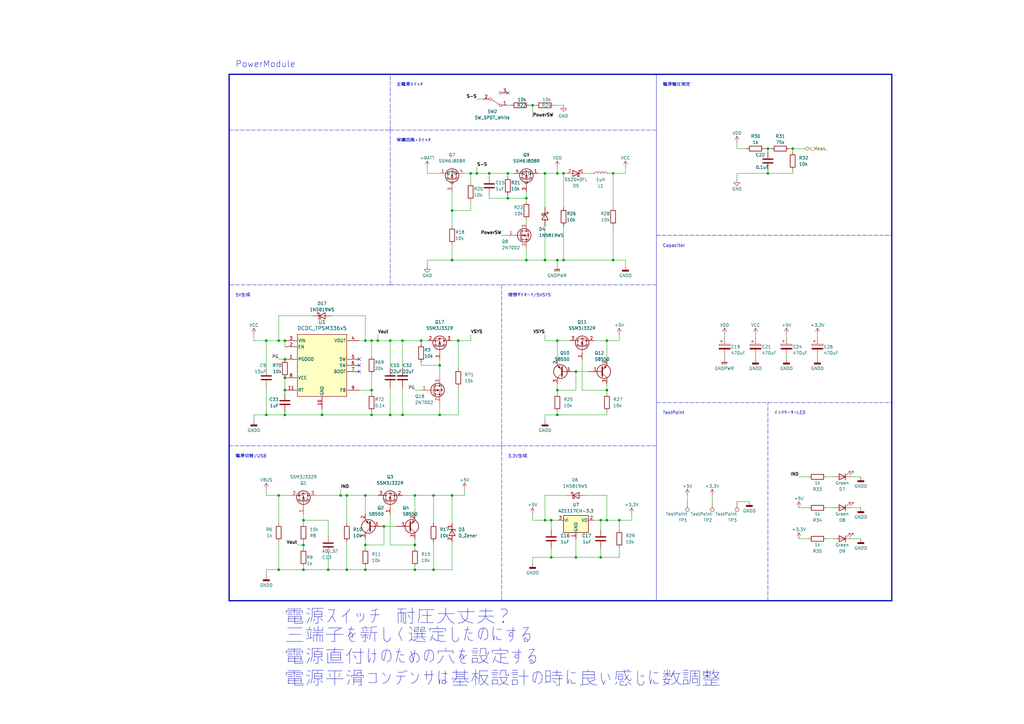
<source format=kicad_sch>
(kicad_sch (version 20230121) (generator eeschema)
  (paper "A3")
  (lib_symbols
    (symbol "Connector:TestPoint" (pin_numbers hide) (pin_names (offset 0.762) hide)
      (property "Reference" "TP" (at 0 6.858 0))
      (property "Value" "TestPoint" (at 0 5.08 0))
      (symbol "TestPoint_1_1"
        (pin passive line (at 0 0 90) (length 2.54) (name "1") (number "1"))
      )
    )
    (symbol "D_Schottky_3" (pin_numbers hide) (pin_names (offset 1.016) hide)
      (property "Reference" "D" (at 0 2.54 0))
      (property "Value" "D_Schottky_3" (at 0 -2.54 0))
      (symbol "D_Schottky_3_1_1"
        (pin passive line (at -3.81 0 0) (length 2.54) (name "K") (number "1"))
        (pin passive line (at 3.81 0 180) (length 2.54) (name "A") (number "2"))
      )
    )
    (symbol "Device:C" (pin_numbers hide) (pin_names (offset 0.254))
      (property "Reference" "C" (at 0.635 2.54 0))
      (property "Value" "C" (at 0.635 -2.54 0))
      (symbol "C_1_1"
        (pin passive line (at 0 3.81 270) (length 2.794) (name "~") (number "1"))
        (pin passive line (at 0 -3.81 90) (length 2.794) (name "~") (number "2"))
      )
    )
    (symbol "Device:C_Polarized" (pin_numbers hide) (pin_names (offset 0.254))
      (property "Reference" "C" (at 0.635 2.54 0))
      (property "Value" "C_Polarized" (at 0.635 -2.54 0))
      (symbol "C_Polarized_1_1"
        (pin passive line (at 0 3.81 270) (length 2.794) (name "~") (number "1"))
        (pin passive line (at 0 -3.81 90) (length 2.794) (name "~") (number "2"))
      )
    )
    (symbol "Device:D_Schottky" (pin_names (offset 1.016) hide)
      (property "Reference" "D" (at 0 2.54 0))
      (property "Value" "D_Schottky" (at 0 -2.54 0))
      (symbol "D_Schottky_1_1"
        (pin passive line (at -3.81 0 0) (length 2.54) (name "K") (number "1"))
        (pin passive line (at 3.81 0 180) (length 2.54) (name "A") (number "2"))
      )
    )
    (symbol "Device:D_Zener" (pin_names (offset 1.016) hide)
      (property "Reference" "D" (at 0 2.54 0))
      (property "Value" "D_Zener" (at 0 -2.54 0))
      (symbol "D_Zener_1_1"
        (pin passive line (at -3.81 0 0) (length 2.54) (name "K") (number "1"))
        (pin passive line (at 3.81 0 180) (length 2.54) (name "A") (number "2"))
      )
    )
    (symbol "Device:L" (pin_numbers hide) (pin_names (offset 1.016) hide)
      (property "Reference" "L" (at -1.27 0 90))
      (property "Value" "L" (at 1.905 0 90))
      (symbol "L_1_1"
        (pin passive line (at 0 3.81 270) (length 1.27) (name "1") (number "1"))
        (pin passive line (at 0 -3.81 90) (length 1.27) (name "2") (number "2"))
      )
    )
    (symbol "Device:LED" (pin_numbers hide) (pin_names (offset 1.016) hide)
      (property "Reference" "D" (at 0 2.54 0))
      (property "Value" "LED" (at 0 -2.54 0))
      (symbol "LED_1_1"
        (pin passive line (at -3.81 0 0) (length 2.54) (name "K") (number "1"))
        (pin passive line (at 3.81 0 180) (length 2.54) (name "A") (number "2"))
      )
    )
    (symbol "Device:Q_PMOS_GSD" (pin_names (offset 0) hide)
      (property "Reference" "Q" (at 5.08 1.27 0))
      (property "Value" "Q_PMOS_GSD" (at 5.08 -1.27 0))
      (symbol "Q_PMOS_GSD_1_1"
        (pin input line (at -5.08 0 0) (length 2.54) (name "G") (number "1"))
        (pin passive line (at 2.54 -5.08 90) (length 2.54) (name "S") (number "2"))
        (pin passive line (at 2.54 5.08 270) (length 2.54) (name "D") (number "3"))
      )
    )
    (symbol "Device:Q_PNP_BEC" (pin_names (offset 0) hide)
      (property "Reference" "Q" (at 5.08 1.27 0))
      (property "Value" "Q_PNP_BEC" (at 5.08 -1.27 0))
      (symbol "Q_PNP_BEC_1_1"
        (pin input line (at -5.08 0 0) (length 5.715) (name "B") (number "1"))
        (pin passive line (at 2.54 -5.08 90) (length 2.54) (name "E") (number "2"))
        (pin passive line (at 2.54 5.08 270) (length 2.54) (name "C") (number "3"))
      )
    )
    (symbol "Device:R" (pin_numbers hide) (pin_names (offset 0))
      (property "Reference" "R" (at 2.032 0 90))
      (property "Value" "R" (at 0 0 90))
      (symbol "R_1_1"
        (pin passive line (at 0 3.81 270) (length 1.27) (name "~") (number "1"))
        (pin passive line (at 0 -3.81 90) (length 1.27) (name "~") (number "2"))
      )
    )
    (symbol "PMN48XP_1"
      (property "Reference" "Q" (at 5.08 2.54 0))
      (property "Value" "PMN48XP_1" (at 5.08 0 0))
      (symbol "PMN48XP_1_1_1"
        (pin passive line (at 2.54 5.08 270) (length 2.54) (name "D") (number "1"))
        (pin passive line (at 2.54 5.08 270) (length 2.54) hide (name "D") (number "2"))
        (pin passive line (at -5.08 0 0) (length 2.54) (name "G") (number "3"))
        (pin passive line (at 2.54 -5.08 90) (length 2.54) (name "S") (number "4"))
        (pin passive line (at 2.54 5.08 270) (length 2.54) hide (name "D") (number "5"))
        (pin passive line (at 2.54 5.08 270) (length 2.54) hide (name "D") (number "6"))
      )
    )
    (symbol "Regulator_Linear:AMS1117CD-3.3" (pin_names (offset 0.254))
      (property "Reference" "U" (at -3.81 3.175 0))
      (property "Value" "AMS1117CD-3.3" (at 0 3.175 0))
      (symbol "AMS1117CD-3.3_1_1"
        (pin power_in line (at 0 -7.62 90) (length 2.54) (name "GND") (number "1"))
        (pin power_out line (at 7.62 0 180) (length 2.54) (name "VO") (number "2"))
        (pin power_in line (at -7.62 0 0) (length 2.54) (name "VI") (number "3"))
      )
    )
    (symbol "Switch:SW_SPDT" (pin_names (offset 0) hide)
      (property "Reference" "SW" (at 0 4.318 0))
      (property "Value" "SW_SPDT" (at 0 -5.08 0))
      (symbol "SW_SPDT_1_1"
        (pin passive line (at 5.08 2.54 180) (length 2.54) (name "A") (number "1"))
        (pin passive line (at -5.08 0 0) (length 2.54) (name "B") (number "2"))
        (pin passive line (at 5.08 -2.54 180) (length 2.54) (name "C") (number "3"))
      )
    )
    (symbol "TomoshibiLibrary:DCDC_TPSM336x5" (pin_names (offset 0.254))
      (property "Reference" "U" (at 0 10.16 0))
      (property "Value" "DCDC_TPSM336x5" (at 0 7.62 0))
      (symbol "DCDC_TPSM336x5_0_1"
        (pin open_collector line (at -15.24 -7.62 0) (length 5.08) (name "PGOOD") (number "1"))
        (pin power_in line (at 0 -27.94 90) (length 5.08) (name "GND") (number "10"))
        (pin unspecified line (at -15.24 -20.32 0) (length 5.08) (name "RT") (number "11"))
        (pin input line (at -15.24 -2.54 0) (length 5.08) (name "EN") (number "2"))
        (pin power_in line (at -15.24 0 0) (length 5.08) (name "VIN") (number "3"))
        (pin power_in line (at 15.24 0 180) (length 5.08) (name "VOUT") (number "4"))
        (pin unspecified line (at 15.24 -7.62 180) (length 5.08) (name "SW") (number "5"))
        (pin unspecified line (at 15.24 -10.16 180) (length 5.08) (name "SW") (number "6"))
        (pin unspecified line (at 15.24 -12.7 180) (length 5.08) (name "BOOT") (number "7"))
        (pin unspecified line (at -15.24 -15.24 0) (length 5.08) (name "VCC") (number "8"))
        (pin unspecified line (at 15.24 -20.32 180) (length 5.08) (name "FB") (number "9"))
      )
    )
    (symbol "Transistor_FET:2N7002" (pin_names hide)
      (property "Reference" "Q" (at 5.08 1.905 0))
      (property "Value" "2N7002" (at 5.08 0 0))
      (symbol "2N7002_1_1"
        (pin input line (at -5.08 0 0) (length 2.54) (name "G") (number "1"))
        (pin passive line (at 2.54 -5.08 90) (length 2.54) (name "S") (number "2"))
        (pin passive line (at 2.54 5.08 270) (length 2.54) (name "D") (number "3"))
      )
    )
    (symbol "power:+3.3V" (power) (pin_names (offset 0))
      (property "Value" "+3.3V" (at 0 3.556 0))
      (symbol "+3.3V_1_1"
        (pin power_in line (at 0 0 90) (length 0) hide (name "+3.3V") (number "1"))
      )
    )
    (symbol "power:+5V" (power) (pin_names (offset 0))
      (property "Value" "+5V" (at 0 3.556 0))
      (symbol "+5V_1_1"
        (pin power_in line (at 0 0 90) (length 0) hide (name "+5V") (number "1"))
      )
    )
    (symbol "power:+BATT" (power) (pin_names (offset 0))
      (property "Value" "+BATT" (at 0 3.556 0))
      (symbol "+BATT_1_1"
        (pin power_in line (at 0 0 90) (length 0) hide (name "+BATT") (number "1"))
      )
    )
    (symbol "power:GND" (power) (pin_names (offset 0))
      (property "Value" "GND" (at 0 -3.81 0))
      (symbol "GND_1_1"
        (pin power_in line (at 0 0 270) (length 0) hide (name "GND") (number "1"))
      )
    )
    (symbol "power:GNDD" (power) (pin_names (offset 0))
      (property "Value" "GNDD" (at 0 -3.175 0))
      (symbol "GNDD_1_1"
        (pin power_in line (at 0 0 270) (length 0) hide (name "GNDD") (number "1"))
      )
    )
    (symbol "power:GNDPWR" (power) (pin_names (offset 0))
      (property "Value" "GNDPWR" (at 0 -3.302 0))
      (symbol "GNDPWR_1_1"
        (pin power_in line (at 0 0 270) (length 0) hide (name "GNDPWR") (number "1"))
      )
    )
    (symbol "power:VBUS" (power) (pin_names (offset 0))
      (property "Value" "VBUS" (at 0 3.81 0))
      (symbol "VBUS_1_1"
        (pin power_in line (at 0 0 90) (length 0) hide (name "VBUS") (number "1"))
      )
    )
    (symbol "power:VCC" (power) (pin_names (offset 0))
      (property "Value" "VCC" (at 0 3.81 0))
      (symbol "VCC_1_1"
        (pin power_in line (at 0 0 90) (length 0) hide (name "VCC") (number "1"))
      )
    )
    (symbol "power:VDD" (power) (pin_names (offset 0))
      (property "Value" "VDD" (at 0 3.81 0))
      (symbol "VDD_1_1"
        (pin power_in line (at 0 0 90) (length 0) hide (name "VDD") (number "1"))
      )
    )
  )
  (junction (at 149.86 233.68))
  (junction (at 152.4 139.7))
  (junction (at 139.7 203.2))
  (junction (at 109.22 139.7))
  (junction (at 215.9 106.68))
  (junction (at 208.28 81.28))
  (junction (at 172.72 139.7))
  (junction (at 116.84 147.32))
  (junction (at 177.8 233.68))
  (junction (at 170.18 233.68))
  (junction (at 254 213.36))
  (junction (at 116.84 139.7))
  (junction (at 218.44 43.18))
  (junction (at 165.1 170.18))
  (junction (at 193.04 71.12))
  (junction (at 157.48 215.9))
  (junction (at 160.02 170.18))
  (junction (at 114.3 233.68))
  (junction (at 116.84 154.94))
  (junction (at 228.6 71.12))
  (junction (at 114.3 139.7))
  (junction (at 124.46 213.36))
  (junction (at 187.96 139.7))
  (junction (at 170.18 203.2))
  (junction (at 246.38 228.6))
  (junction (at 134.62 233.68))
  (junction (at 185.42 106.68))
  (junction (at 185.42 86.36))
  (junction (at 223.52 106.68))
  (junction (at 160.02 139.7))
  (junction (at 231.14 106.68))
  (junction (at 215.9 81.28))
  (junction (at 149.86 139.7))
  (junction (at 116.84 170.18))
  (junction (at 114.3 203.2))
  (junction (at 149.86 203.2))
  (junction (at 248.92 139.7))
  (junction (at 142.24 203.2))
  (junction (at 154.94 139.7))
  (junction (at 223.52 213.36))
  (junction (at 152.4 160.02))
  (junction (at 132.08 170.18))
  (junction (at 180.34 170.18))
  (junction (at 165.1 139.7))
  (junction (at 152.4 170.18))
  (junction (at 142.24 233.68))
  (junction (at 208.28 71.12))
  (junction (at 195.58 71.12))
  (junction (at 228.6 139.7))
  (junction (at 251.46 106.68))
  (junction (at 251.46 71.12))
  (junction (at 248.92 213.36))
  (junction (at 246.38 213.36))
  (junction (at 228.6 160.02))
  (junction (at 226.06 228.6))
  (junction (at 226.06 213.36))
  (junction (at 200.66 71.12))
  (junction (at 314.96 71.12))
  (junction (at 248.92 160.02))
  (junction (at 177.8 203.2))
  (junction (at 325.12 60.96))
  (junction (at 236.22 152.4))
  (junction (at 231.14 71.12))
  (junction (at 236.22 228.6))
  (junction (at 109.22 170.18))
  (junction (at 170.18 223.52))
  (junction (at 185.42 203.2))
  (junction (at 228.6 170.18))
  (junction (at 228.6 106.68))
  (junction (at 314.96 60.96))
  (junction (at 124.46 223.52))
  (junction (at 124.46 233.68))
  (junction (at 223.52 71.12))
  (junction (at 180.34 149.86))
  (junction (at 116.84 160.02))
  (junction (at 149.86 223.52))
  (no_connect (at 147.32 147.32))
  (no_connect (at 208.28 38.1))
  (no_connect (at 147.32 152.4))
  (no_connect (at 147.32 149.86))
  (wire (pts (xy 116.84 168.91) (xy 116.84 170.18)))
  (wire (pts (xy 246.38 224.79) (xy 246.38 228.6)))
  (wire (pts (xy 185.42 86.36) (xy 185.42 92.71)))
  (wire (pts (xy 160.02 210.82) (xy 160.02 223.52)))
  (wire (pts (xy 236.22 220.98) (xy 236.22 228.6)))
  (wire (pts (xy 114.3 129.54) (xy 128.27 129.54)))
  (wire (pts (xy 180.34 149.86) (xy 180.34 154.94)))
  (wire (pts (xy 134.62 227.33) (xy 134.62 233.68)))
  (wire (pts (xy 259.08 210.82) (xy 259.08 213.36)))
  (wire (pts (xy 218.44 228.6) (xy 218.44 231.14)))
  (wire (pts (xy 339.09 195.58) (xy 341.63 195.58)))
  (wire (pts (xy 228.6 160.02) (xy 236.22 160.02)))
  (wire (pts (xy 149.86 233.68) (xy 170.18 233.68)))
  (wire (pts (xy 223.52 170.18) (xy 223.52 172.72)))
  (wire (pts (xy 256.54 106.68) (xy 256.54 109.22)))
  (wire (pts (xy 142.24 233.68) (xy 149.86 233.68)))
  (wire (pts (xy 132.08 170.18) (xy 152.4 170.18)))
  (wire (pts (xy 121.92 223.52) (xy 124.46 223.52)))
  (wire (pts (xy 226.06 228.6) (xy 236.22 228.6)))
  (polyline (pts (xy 365.76 30.48) (xy 365.76 246.38)) (stroke (width 0.5) (type solid)))
  (wire (pts (xy 309.88 146.05) (xy 309.88 147.32)))
  (wire (pts (xy 177.8 203.2) (xy 185.42 203.2)))
  (wire (pts (xy 175.26 71.12) (xy 180.34 71.12)))
  (wire (pts (xy 114.3 233.68) (xy 124.46 233.68)))
  (wire (pts (xy 134.62 233.68) (xy 142.24 233.68)))
  (wire (pts (xy 231.14 71.12) (xy 232.41 71.12)))
  (wire (pts (xy 124.46 214.63) (xy 124.46 213.36)))
  (wire (pts (xy 152.4 139.7) (xy 154.94 139.7)))
  (wire (pts (xy 190.5 200.66) (xy 190.5 203.2)))
  (wire (pts (xy 292.1 203.2) (xy 292.1 205.74)))
  (polyline (pts (xy 93.98 30.48) (xy 365.76 30.48)) (stroke (width 0.5) (type solid)))
  (wire (pts (xy 251.46 71.12) (xy 251.46 85.09)))
  (wire (pts (xy 165.1 139.7) (xy 165.1 151.13)))
  (wire (pts (xy 248.92 213.36) (xy 254 213.36)))
  (wire (pts (xy 116.84 147.32) (xy 114.3 147.32)))
  (polyline (pts (xy 160.02 53.34) (xy 160.02 116.84)) (stroke (width 0) (type dash)))
  (wire (pts (xy 149.86 232.41) (xy 149.86 233.68)))
  (wire (pts (xy 218.44 43.18) (xy 219.71 43.18)))
  (wire (pts (xy 170.18 232.41) (xy 170.18 233.68)))
  (wire (pts (xy 226.06 224.79) (xy 226.06 228.6)))
  (wire (pts (xy 215.9 78.74) (xy 215.9 81.28)))
  (wire (pts (xy 124.46 222.25) (xy 124.46 223.52)))
  (wire (pts (xy 281.94 203.2) (xy 281.94 205.74)))
  (wire (pts (xy 154.94 137.16) (xy 154.94 139.7)))
  (polyline (pts (xy 269.24 165.1) (xy 314.96 165.1)) (stroke (width 0) (type dash)))
  (wire (pts (xy 170.18 210.82) (xy 170.18 203.2)))
  (wire (pts (xy 248.92 168.91) (xy 248.92 170.18)))
  (wire (pts (xy 217.17 43.18) (xy 218.44 43.18)))
  (wire (pts (xy 160.02 170.18) (xy 165.1 170.18)))
  (wire (pts (xy 208.28 71.12) (xy 210.82 71.12)))
  (wire (pts (xy 256.54 106.68) (xy 251.46 106.68)))
  (wire (pts (xy 248.92 147.32) (xy 248.92 139.7)))
  (wire (pts (xy 226.06 213.36) (xy 226.06 217.17)))
  (wire (pts (xy 231.14 106.68) (xy 251.46 106.68)))
  (wire (pts (xy 200.66 71.12) (xy 200.66 72.39)))
  (wire (pts (xy 185.42 106.68) (xy 215.9 106.68)))
  (polyline (pts (xy 205.74 182.88) (xy 205.74 246.38)) (stroke (width 0) (type dash)))
  (wire (pts (xy 172.72 139.7) (xy 175.26 139.7)))
  (wire (pts (xy 135.89 129.54) (xy 149.86 129.54)))
  (wire (pts (xy 193.04 71.12) (xy 195.58 71.12)))
  (wire (pts (xy 238.76 160.02) (xy 248.92 160.02)))
  (wire (pts (xy 170.18 160.02) (xy 172.72 160.02)))
  (wire (pts (xy 193.04 82.55) (xy 193.04 86.36)))
  (wire (pts (xy 208.28 80.01) (xy 208.28 81.28)))
  (wire (pts (xy 314.96 62.23) (xy 314.96 60.96)))
  (wire (pts (xy 175.26 68.58) (xy 175.26 71.12)))
  (wire (pts (xy 335.28 146.05) (xy 335.28 147.32)))
  (wire (pts (xy 172.72 139.7) (xy 172.72 140.97)))
  (wire (pts (xy 180.34 147.32) (xy 180.34 149.86)))
  (wire (pts (xy 223.52 106.68) (xy 228.6 106.68)))
  (wire (pts (xy 228.6 106.68) (xy 231.14 106.68)))
  (wire (pts (xy 254 213.36) (xy 254 217.17)))
  (polyline (pts (xy 160.02 53.34) (xy 269.24 53.34)) (stroke (width 0) (type dash)))
  (wire (pts (xy 246.38 213.36) (xy 246.38 217.17)))
  (wire (pts (xy 325.12 69.85) (xy 325.12 71.12)))
  (wire (pts (xy 142.24 214.63) (xy 142.24 203.2)))
  (wire (pts (xy 154.94 203.2) (xy 149.86 203.2)))
  (wire (pts (xy 218.44 213.36) (xy 223.52 213.36)))
  (polyline (pts (xy 269.24 116.84) (xy 160.02 116.84)) (stroke (width 0) (type dash)))
  (wire (pts (xy 193.04 86.36) (xy 185.42 86.36)))
  (wire (pts (xy 142.24 222.25) (xy 142.24 233.68)))
  (wire (pts (xy 157.48 215.9) (xy 162.56 215.9)))
  (wire (pts (xy 240.03 203.2) (xy 248.92 203.2)))
  (wire (pts (xy 152.4 168.91) (xy 152.4 170.18)))
  (wire (pts (xy 165.1 158.75) (xy 165.1 170.18)))
  (wire (pts (xy 157.48 223.52) (xy 157.48 215.9)))
  (wire (pts (xy 205.74 96.52) (xy 208.28 96.52)))
  (wire (pts (xy 109.22 158.75) (xy 109.22 170.18)))
  (wire (pts (xy 172.72 149.86) (xy 180.34 149.86)))
  (wire (pts (xy 322.58 146.05) (xy 322.58 147.32)))
  (polyline (pts (xy 269.24 96.52) (xy 365.76 96.52)) (stroke (width 0) (type dash)))
  (wire (pts (xy 236.22 152.4) (xy 241.3 152.4)))
  (wire (pts (xy 132.08 167.64) (xy 132.08 170.18)))
  (wire (pts (xy 223.52 71.12) (xy 228.6 71.12)))
  (wire (pts (xy 236.22 228.6) (xy 246.38 228.6)))
  (wire (pts (xy 177.8 233.68) (xy 170.18 233.68)))
  (wire (pts (xy 228.6 168.91) (xy 228.6 170.18)))
  (wire (pts (xy 147.32 160.02) (xy 152.4 160.02)))
  (wire (pts (xy 195.58 40.64) (xy 198.12 40.64)))
  (wire (pts (xy 208.28 43.18) (xy 209.55 43.18)))
  (wire (pts (xy 349.25 208.28) (xy 353.06 208.28)))
  (wire (pts (xy 109.22 139.7) (xy 114.3 139.7)))
  (wire (pts (xy 104.14 170.18) (xy 109.22 170.18)))
  (wire (pts (xy 124.46 233.68) (xy 124.46 232.41)))
  (wire (pts (xy 104.14 139.7) (xy 104.14 137.16)))
  (wire (pts (xy 147.32 139.7) (xy 149.86 139.7)))
  (wire (pts (xy 116.84 139.7) (xy 116.84 142.24)))
  (wire (pts (xy 177.8 222.25) (xy 177.8 233.68)))
  (wire (pts (xy 228.6 160.02) (xy 228.6 161.29)))
  (wire (pts (xy 149.86 223.52) (xy 149.86 224.79)))
  (wire (pts (xy 248.92 160.02) (xy 248.92 161.29)))
  (wire (pts (xy 195.58 68.58) (xy 195.58 71.12)))
  (wire (pts (xy 208.28 81.28) (xy 215.9 81.28)))
  (wire (pts (xy 240.03 71.12) (xy 242.57 71.12)))
  (wire (pts (xy 124.46 233.68) (xy 134.62 233.68)))
  (wire (pts (xy 180.34 165.1) (xy 180.34 170.18)))
  (wire (pts (xy 116.84 154.94) (xy 116.84 160.02)))
  (wire (pts (xy 314.96 60.96) (xy 313.69 60.96)))
  (wire (pts (xy 223.52 137.16) (xy 223.52 139.7)))
  (wire (pts (xy 124.46 213.36) (xy 124.46 210.82)))
  (wire (pts (xy 152.4 170.18) (xy 160.02 170.18)))
  (polyline (pts (xy 93.98 246.38) (xy 93.98 30.48)) (stroke (width 0.5) (type solid)))
  (wire (pts (xy 233.68 139.7) (xy 228.6 139.7)))
  (wire (pts (xy 200.66 81.28) (xy 208.28 81.28)))
  (polyline (pts (xy 93.98 53.34) (xy 160.02 53.34)) (stroke (width 0) (type dash)))
  (wire (pts (xy 228.6 109.22) (xy 228.6 106.68)))
  (wire (pts (xy 116.84 170.18) (xy 132.08 170.18)))
  (wire (pts (xy 223.52 203.2) (xy 223.52 213.36)))
  (wire (pts (xy 114.3 139.7) (xy 116.84 139.7)))
  (wire (pts (xy 193.04 137.16) (xy 193.04 139.7)))
  (wire (pts (xy 314.96 60.96) (xy 316.23 60.96)))
  (wire (pts (xy 314.96 69.85) (xy 314.96 71.12)))
  (wire (pts (xy 195.58 71.12) (xy 200.66 71.12)))
  (wire (pts (xy 220.98 71.12) (xy 223.52 71.12)))
  (wire (pts (xy 185.42 203.2) (xy 190.5 203.2)))
  (polyline (pts (xy 314.96 246.38) (xy 314.96 165.1)) (stroke (width 0) (type dash)))
  (wire (pts (xy 109.22 233.68) (xy 114.3 233.68)))
  (wire (pts (xy 254 213.36) (xy 259.08 213.36)))
  (wire (pts (xy 187.96 139.7) (xy 193.04 139.7)))
  (wire (pts (xy 215.9 81.28) (xy 215.9 82.55)))
  (polyline (pts (xy 205.74 182.88) (xy 269.24 182.88)) (stroke (width 0) (type dash)))
  (wire (pts (xy 185.42 78.74) (xy 185.42 86.36)))
  (wire (pts (xy 139.7 200.66) (xy 139.7 203.2)))
  (wire (pts (xy 185.42 233.68) (xy 177.8 233.68)))
  (wire (pts (xy 187.96 170.18) (xy 180.34 170.18)))
  (wire (pts (xy 246.38 228.6) (xy 254 228.6)))
  (wire (pts (xy 177.8 203.2) (xy 177.8 214.63)))
  (wire (pts (xy 297.18 137.16) (xy 297.18 138.43)))
  (wire (pts (xy 172.72 148.59) (xy 172.72 149.86)))
  (wire (pts (xy 251.46 92.71) (xy 251.46 106.68)))
  (wire (pts (xy 170.18 223.52) (xy 170.18 224.79)))
  (wire (pts (xy 223.52 213.36) (xy 226.06 213.36)))
  (wire (pts (xy 228.6 170.18) (xy 248.92 170.18)))
  (wire (pts (xy 254 224.79) (xy 254 228.6)))
  (wire (pts (xy 302.26 60.96) (xy 306.07 60.96)))
  (wire (pts (xy 114.3 129.54) (xy 114.3 139.7)))
  (wire (pts (xy 170.18 203.2) (xy 177.8 203.2)))
  (wire (pts (xy 223.52 71.12) (xy 223.52 85.09)))
  (polyline (pts (xy 160.02 116.84) (xy 93.98 116.84)) (stroke (width 0) (type dash)))
  (wire (pts (xy 248.92 203.2) (xy 248.92 213.36)))
  (wire (pts (xy 149.86 203.2) (xy 149.86 210.82)))
  (wire (pts (xy 302.26 71.12) (xy 314.96 71.12)))
  (wire (pts (xy 335.28 137.16) (xy 335.28 138.43)))
  (wire (pts (xy 190.5 71.12) (xy 193.04 71.12)))
  (wire (pts (xy 246.38 213.36) (xy 248.92 213.36)))
  (wire (pts (xy 218.44 43.18) (xy 218.44 48.26)))
  (polyline (pts (xy 160.02 53.34) (xy 160.02 30.48)) (stroke (width 0) (type dash)))
  (wire (pts (xy 297.18 146.05) (xy 297.18 147.32)))
  (wire (pts (xy 116.84 161.29) (xy 116.84 160.02)))
  (wire (pts (xy 223.52 92.71) (xy 223.52 106.68)))
  (wire (pts (xy 109.22 236.22) (xy 109.22 233.68)))
  (wire (pts (xy 149.86 220.98) (xy 149.86 223.52)))
  (wire (pts (xy 114.3 203.2) (xy 119.38 203.2)))
  (wire (pts (xy 124.46 213.36) (xy 134.62 213.36)))
  (wire (pts (xy 152.4 153.67) (xy 152.4 160.02)))
  (wire (pts (xy 187.96 139.7) (xy 187.96 151.13)))
  (wire (pts (xy 124.46 223.52) (xy 124.46 224.79)))
  (wire (pts (xy 152.4 161.29) (xy 152.4 160.02)))
  (wire (pts (xy 109.22 139.7) (xy 109.22 151.13)))
  (wire (pts (xy 149.86 129.54) (xy 149.86 139.7)))
  (wire (pts (xy 238.76 147.32) (xy 238.76 160.02)))
  (wire (pts (xy 231.14 71.12) (xy 228.6 71.12)))
  (polyline (pts (xy 269.24 30.48) (xy 269.24 246.38)) (stroke (width 0) (type solid)))
  (wire (pts (xy 160.02 223.52) (xy 170.18 223.52)))
  (wire (pts (xy 223.52 170.18) (xy 228.6 170.18)))
  (polyline (pts (xy 205.74 116.84) (xy 205.74 182.88)) (stroke (width 0) (type dash)))
  (wire (pts (xy 215.9 101.6) (xy 215.9 106.68)))
  (wire (pts (xy 228.6 157.48) (xy 228.6 160.02)))
  (wire (pts (xy 339.09 208.28) (xy 341.63 208.28)))
  (wire (pts (xy 309.88 137.16) (xy 309.88 138.43)))
  (wire (pts (xy 185.42 106.68) (xy 175.26 106.68)))
  (wire (pts (xy 134.62 219.71) (xy 134.62 213.36)))
  (wire (pts (xy 327.66 208.28) (xy 331.47 208.28)))
  (wire (pts (xy 142.24 203.2) (xy 149.86 203.2)))
  (wire (pts (xy 325.12 60.96) (xy 330.2 60.96)))
  (wire (pts (xy 228.6 68.58) (xy 228.6 71.12)))
  (wire (pts (xy 349.25 220.98) (xy 353.06 220.98)))
  (wire (pts (xy 175.26 106.68) (xy 175.26 109.22)))
  (wire (pts (xy 325.12 60.96) (xy 325.12 62.23)))
  (wire (pts (xy 165.1 203.2) (xy 170.18 203.2)))
  (wire (pts (xy 302.26 205.74) (xy 307.34 205.74)))
  (wire (pts (xy 185.42 139.7) (xy 187.96 139.7)))
  (wire (pts (xy 254 137.16) (xy 254 139.7)))
  (polyline (pts (xy 314.96 165.1) (xy 365.76 165.1)) (stroke (width 0) (type dash)))
  (wire (pts (xy 160.02 158.75) (xy 160.02 170.18)))
  (wire (pts (xy 208.28 71.12) (xy 208.28 72.39)))
  (wire (pts (xy 302.26 73.66) (xy 302.26 71.12)))
  (wire (pts (xy 170.18 220.98) (xy 170.18 223.52)))
  (wire (pts (xy 165.1 139.7) (xy 172.72 139.7)))
  (wire (pts (xy 322.58 137.16) (xy 322.58 138.43)))
  (wire (pts (xy 129.54 203.2) (xy 139.7 203.2)))
  (wire (pts (xy 223.52 203.2) (xy 232.41 203.2)))
  (wire (pts (xy 314.96 71.12) (xy 325.12 71.12)))
  (wire (pts (xy 302.26 58.42) (xy 302.26 60.96)))
  (wire (pts (xy 109.22 203.2) (xy 114.3 203.2)))
  (wire (pts (xy 152.4 139.7) (xy 152.4 146.05)))
  (wire (pts (xy 248.92 157.48) (xy 248.92 160.02)))
  (wire (pts (xy 149.86 139.7) (xy 152.4 139.7)))
  (wire (pts (xy 243.84 213.36) (xy 246.38 213.36)))
  (wire (pts (xy 236.22 160.02) (xy 236.22 152.4)))
  (wire (pts (xy 165.1 170.18) (xy 180.34 170.18)))
  (wire (pts (xy 223.52 139.7) (xy 228.6 139.7)))
  (wire (pts (xy 250.19 71.12) (xy 251.46 71.12)))
  (wire (pts (xy 231.14 92.71) (xy 231.14 106.68)))
  (wire (pts (xy 228.6 139.7) (xy 228.6 147.32)))
  (wire (pts (xy 160.02 139.7) (xy 165.1 139.7)))
  (wire (pts (xy 227.33 43.18) (xy 231.14 43.18)))
  (wire (pts (xy 248.92 139.7) (xy 254 139.7)))
  (wire (pts (xy 104.14 170.18) (xy 104.14 172.72)))
  (wire (pts (xy 187.96 158.75) (xy 187.96 170.18)))
  (wire (pts (xy 185.42 203.2) (xy 185.42 214.63)))
  (wire (pts (xy 200.66 80.01) (xy 200.66 81.28)))
  (wire (pts (xy 231.14 71.12) (xy 231.14 85.09)))
  (wire (pts (xy 160.02 139.7) (xy 160.02 151.13)))
  (wire (pts (xy 185.42 222.25) (xy 185.42 233.68)))
  (wire (pts (xy 149.86 223.52) (xy 157.48 223.52)))
  (wire (pts (xy 256.54 68.58) (xy 256.54 71.12)))
  (wire (pts (xy 327.66 220.98) (xy 331.47 220.98)))
  (wire (pts (xy 327.66 195.58) (xy 331.47 195.58)))
  (wire (pts (xy 226.06 213.36) (xy 228.6 213.36)))
  (wire (pts (xy 215.9 90.17) (xy 215.9 91.44)))
  (wire (pts (xy 185.42 100.33) (xy 185.42 106.68)))
  (wire (pts (xy 114.3 222.25) (xy 114.3 233.68)))
  (wire (pts (xy 251.46 71.12) (xy 256.54 71.12)))
  (wire (pts (xy 109.22 170.18) (xy 116.84 170.18)))
  (wire (pts (xy 349.25 195.58) (xy 353.06 195.58)))
  (wire (pts (xy 193.04 71.12) (xy 193.04 74.93)))
  (polyline (pts (xy 365.76 246.38) (xy 93.98 246.38)) (stroke (width 0.5) (type solid)))
  (wire (pts (xy 154.94 139.7) (xy 160.02 139.7)))
  (wire (pts (xy 114.3 203.2) (xy 114.3 214.63)))
  (polyline (pts (xy 93.98 182.88) (xy 205.74 182.88)) (stroke (width 0) (type dash)))
  (wire (pts (xy 200.66 71.12) (xy 208.28 71.12)))
  (wire (pts (xy 218.44 228.6) (xy 226.06 228.6)))
  (wire (pts (xy 109.22 200.66) (xy 109.22 203.2)))
  (wire (pts (xy 339.09 220.98) (xy 341.63 220.98)))
  (wire (pts (xy 139.7 203.2) (xy 142.24 203.2)))
  (wire (pts (xy 243.84 139.7) (xy 248.92 139.7)))
  (wire (pts (xy 215.9 106.68) (xy 223.52 106.68)))
  (wire (pts (xy 323.85 60.96) (xy 325.12 60.96)))
  (wire (pts (xy 104.14 139.7) (xy 109.22 139.7)))
  (wire (pts (xy 218.44 210.82) (xy 218.44 213.36)))
  (text "5V生成" (at 96.52 121.92 0) (effects (font (size 1.27 1.27)) (justify left bottom)))
  (text "電源切替/USB" (at 96.52 187.96 0) (effects (font (size 1.27 1.27)) (justify left bottom)))
  (text "電源スイッチ　耐圧大丈夫？" (at 116.84 256.54 0) (effects (font (size 5.56 5.56)) (justify left bottom)))
  (text "電源電圧測定" (at 271.78 35.56 0) (effects (font (size 1.27 1.27)) (justify left bottom)))
  (text "3.3V生成" (at 208.28 187.96 0) (effects (font (size 1.27 1.27)) (justify left bottom)))
  (text "主電源スイッチ" (at 162.56 35.56 0) (effects (font (size 1.27 1.27)) (justify left bottom)))
  (text "理想ダイオード/5VSYS" (at 208.28 121.92 0) (effects (font (size 1.27 1.27)) (justify left bottom)))
  (text "保護回路・スイッチ" (at 162.56 58.42 0) (effects (font (size 1.27 1.27)) (justify left bottom)))
  (text "三端子を新しく選定したのにする\n電源直付けのための穴を設定する\n電源平滑コンデンサは基板設計の時に良い感じに数調整" (at 116.84 281.94 0) (effects (font (size 5.56 5.56)) (justify left bottom)))
  (text "TestPoint" (at 271.78 170.18 0) (effects (font (size 1.27 1.27)) (justify left bottom)))
  (text "Capacitor" (at 271.78 101.6 0) (effects (font (size 1.27 1.27)) (justify left bottom)))
  (text "インジケーターLED" (at 317.5 170.18 0) (effects (font (size 1.27 1.27)) (justify left bottom)))
  (text "PowerModule" (at 96.52 27.94 0) (effects (font (size 2.54 2.54)) (justify left bottom)))
  (label "PG" (at 114.3 147.32 180))
  (label "PG" (at 170.18 160.02 180))
  (label "Vout" (at 121.92 223.52 180) (effects (font (thickness 0.254) bold)))
  (label "VSYS" (at 223.52 137.16 180) (effects (font (thickness 0.254) bold)))
  (label "PowerSW" (at 205.74 96.52 180) (effects (font (thickness 0.254) bold)))
  (label "S-S" (at 195.58 40.64 180) (effects (font (thickness 0.254) bold)))
  (label "IND" (at 139.7 200.66 0) (effects (font (thickness 0.254) bold)))
  (label "S-S" (at 195.58 68.58 0) (effects (font (thickness 0.254) bold)))
  (label "IND" (at 327.66 195.58 180) (effects (font (thickness 0.254) bold)))
  (label "VSYS" (at 193.04 137.16 0) (effects (font (thickness 0.254) bold)))
  (label "PowerSW" (at 218.44 48.26 0) (effects (font (thickness 0.254) bold)))
  (label "Vout" (at 154.94 137.16 0) (effects (font (thickness 0.254) bold)))
  (hierarchical_label "V_Meas." (shape input) (at 330.2 60.96 0))
  (symbol (lib_id "Device:C_Polarized") (at 297.18 142.24 0) (unit 1)
    (property "Reference" "C19" (at 299.72 142.24 0) (effects (justify left)))
    (property "Value" "470uF" (at 299.72 144.78 0) (effects (justify left)))
  )
  (symbol (lib_id "power:GND") (at 175.26 109.22 0) (unit 1)
    (property "Reference" "#PWR033" (effects hide))
    (property "Value" "GND" (at 175.26 113.03 0))
  )
  (symbol (lib_id "Device:R") (at 335.28 208.28 270) (mirror x) (unit 1)
    (property "Reference" "R34" (at 335.28 213.36 90))
    (property "Value" "1k" (at 335.28 210.82 90))
    (property "Footprint" "Resistor_SMD:R_0402_1005Metric" (effects hide))
  )
  (symbol (lib_id "Device:R") (at 309.88 60.96 90) (unit 1)
    (property "Reference" "R30" (at 309.88 55.88 90))
    (property "Value" "1k" (at 309.88 58.42 90))
    (property "Footprint" "Resistor_SMD:R_0603_1608Metric" (effects hide))
  )
  (symbol (lib_id "Device:LED") (at 345.44 195.58 180) (unit 1)
    (property "Reference" "D7" (at 345.44 200.66 0))
    (property "Value" "Green" (at 345.44 198.12 0))
    (property "Footprint" "LED_SMD:LED_0603_1608Metric_Pad1.05x0.95mm_HandSolder" (effects hide))
  )
  (symbol (lib_id "Device:R") (at 193.04 78.74 0) (unit 1)
    (property "Reference" "R20" (at 194.31 77.47 0) (effects (justify left)))
    (property "Value" "10k" (at 194.31 80.01 0) (effects (justify left)))
    (property "Footprint" "Resistor_SMD:R_0402_1005Metric" (effects hide))
  )
  (symbol (lib_id "power:+5V") (at 218.44 210.82 0) (unit 1)
    (property "Reference" "#PWR035" (effects hide))
    (property "Value" "+5V" (at 218.44 207.01 0))
  )
  (symbol (lib_id "Device:Q_PNP_BEC") (at 152.4 215.9 180) (unit 1)
    (property "Reference" "Q2" (at 157.48 208.28 0) (effects (justify left)))
    (property "Value" "S8550" (at 157.48 210.82 0) (effects (justify left)))
    (property "Footprint" "Package_TO_SOT_SMD:SOT-23" (effects hide))
  )
  (symbol (lib_id "power:+3.3V") (at 259.08 210.82 0) (unit 1)
    (property "Reference" "#PWR044" (effects hide))
    (property "Value" "+3.3V" (at 259.08 207.01 0))
  )
  (symbol (lib_id "Device:R") (at 228.6 165.1 180) (unit 1)
    (property "Reference" "R25" (at 231.14 163.8299 0) (effects (justify right)))
    (property "Value" "10k" (at 231.14 166.3699 0) (effects (justify right)))
    (property "Footprint" "Resistor_SMD:R_0402_1005Metric" (effects hide))
  )
  (symbol (lib_id "Connector:TestPoint") (at 292.1 205.74 180) (unit 1)
    (property "Reference" "TP2" (at 292.1 213.36 0) (effects (justify left)))
    (property "Value" "TestPoint" (at 292.1 210.82 0) (effects (justify left)))
    (property "Footprint" "TestPoint:TestPoint_THTPad_D2.0mm_Drill1.0mm" (effects hide))
  )
  (symbol (lib_id "Device:R") (at 172.72 144.78 0) (unit 1)
    (property "Reference" "R3" (at 173.99 143.51 0) (effects (justify left)))
    (property "Value" "10k" (at 173.99 146.05 0) (effects (justify left)))
    (property "Footprint" "Resistor_SMD:R_0402_1005Metric" (effects hide))
  )
  (symbol (lib_id "power:+5V") (at 190.5 200.66 0) (mirror y) (unit 1)
    (property "Reference" "#PWR034" (effects hide))
    (property "Value" "+5V" (at 190.5 196.85 0))
  )
  (symbol (lib_id "power:+3.3V") (at 327.66 220.98 0) (unit 1)
    (property "Reference" "#PWR063" (effects hide))
    (property "Value" "+3.3V" (at 327.66 217.17 0))
  )
  (symbol (lib_id "Device:C") (at 109.22 154.94 0) (mirror y) (unit 1)
    (property "Reference" "C9" (at 109.22 149.86 0) (effects (justify left)))
    (property "Value" "10uF" (at 109.22 152.4 0) (effects (justify left)))
    (property "Footprint" "Capacitor_SMD:C_1206_3216Metric" (effects hide))
  )
  (symbol (lib_id "Device:C_Polarized") (at 322.58 142.24 0) (unit 1)
    (property "Reference" "C24" (at 325.12 142.24 0) (effects (justify left)))
    (property "Value" "470uF" (at 325.12 144.78 0) (effects (justify left)))
  )
  (symbol (lib_id "power:GNDD") (at 353.06 195.58 0) (unit 1)
    (property "Reference" "#PWR070" (effects hide))
    (property "Value" "GNDD" (at 353.06 199.39 0))
  )
  (symbol (lib_id "Device:R") (at 215.9 86.36 0) (mirror y) (unit 1)
    (property "Reference" "R23" (at 214.63 85.09 0) (effects (justify left)))
    (property "Value" "10k" (at 214.63 87.63 0) (effects (justify left)))
    (property "Footprint" "Resistor_SMD:R_0402_1005Metric" (effects hide))
  )
  (symbol (lib_id "Device:C") (at 165.1 154.94 0) (unit 1)
    (property "Reference" "C32" (at 165.1 149.86 0) (effects (justify left)))
    (property "Value" "22uF" (at 165.1 152.4 0) (effects (justify left)))
    (property "Footprint" "Capacitor_SMD:C_0805_2012Metric" (effects hide))
  )
  (symbol (lib_id "Device:R") (at 223.52 43.18 90) (unit 1)
    (property "Reference" "R24" (at 226.06 43.18 90) (effects (justify left)))
    (property "Value" "10k" (at 226.06 40.8686 90) (effects (justify left)))
    (property "Footprint" "Resistor_SMD:R_0402_1005Metric" (effects hide))
  )
  (symbol (lib_id "power:GNDPWR") (at 297.18 147.32 0) (unit 1)
    (property "Reference" "#PWR050" (effects hide))
    (property "Value" "GNDPWR" (at 297.053 151.13 0))
  )
  (symbol (lib_id "Device:R") (at 320.04 60.96 90) (unit 1)
    (property "Reference" "R31" (at 320.04 55.88 90))
    (property "Value" "75k" (at 320.04 58.42 90))
    (property "Footprint" "Resistor_SMD:R_0603_1608Metric" (effects hide))
  )
  (symbol (lib_id "Device:C") (at 200.66 76.2 0) (unit 1)
    (property "Reference" "C15" (at 203.2 74.93 0) (effects (justify left)))
    (property "Value" "1uF" (at 203.2 77.47 0) (effects (justify left)))
    (property "Footprint" "Capacitor_SMD:C_0402_1005Metric" (effects hide))
  )
  (symbol (lib_id "power:VDD") (at 228.6 68.58 0) (unit 1)
    (property "Reference" "#PWR038" (effects hide))
    (property "Value" "VDD" (at 228.6 64.77 0))
  )
  (symbol (lib_id "Transistor_FET:2N7002") (at 177.8 160.02 0) (unit 1)
    (property "Reference" "Q18" (at 170.18 162.56 0) (effects (justify left)))
    (property "Value" "2N7002" (at 170.18 165.1 0) (effects (justify left)))
    (property "Footprint" "Package_TO_SOT_SMD:SOT-23" (effects hide))
    (property "Datasheet" "https://www.onsemi.com/pub/Collateral/NDS7002A-D.PDF" (effects hide))
  )
  (symbol (lib_id "Device:R") (at 142.24 218.44 180) (unit 1)
    (property "Reference" "R10" (at 144.78 217.1699 0) (effects (justify right)))
    (property "Value" "10k" (at 144.78 219.7099 0) (effects (justify right)))
    (property "Footprint" "Resistor_SMD:R_0402_1005Metric" (effects hide))
  )
  (symbol (lib_id "Device:C_Polarized") (at 335.28 142.24 0) (unit 1)
    (property "Reference" "C26" (at 337.82 142.24 0) (effects (justify left)))
    (property "Value" "470uF" (at 337.82 144.78 0) (effects (justify left)))
  )
  (symbol (lib_id "power:GNDD") (at 109.22 236.22 0) (unit 1)
    (property "Reference" "#PWR019" (effects hide))
    (property "Value" "GNDD" (at 109.22 240.03 0))
  )
  (symbol (lib_id "power:GNDD") (at 353.06 220.98 0) (unit 1)
    (property "Reference" "#PWR072" (effects hide))
    (property "Value" "GNDD" (at 353.06 224.79 0))
  )
  (symbol (lib_id "power:GNDD") (at 223.52 172.72 0) (unit 1)
    (property "Reference" "#PWR037" (effects hide))
    (property "Value" "GNDD" (at 223.52 176.53 0))
  )
  (symbol (lib_id "Device:C") (at 160.02 154.94 0) (unit 1)
    (property "Reference" "C10" (at 160.02 149.86 0) (effects (justify left)))
    (property "Value" "22uF" (at 160.02 152.4 0) (effects (justify left)))
    (property "Footprint" "Capacitor_SMD:C_0805_2012Metric" (effects hide))
  )
  (symbol (lib_name "D_Schottky_3") (lib_id "Device:D_Schottky") (at 132.08 129.54 0) (unit 1)
    (property "Reference" "D17" (at 132.08 124.46 0))
    (property "Value" "1N5819WS" (at 132.08 127 0))
    (property "Footprint" "Diode_SMD:D_SOD-323_HandSoldering" (effects hide))
  )
  (symbol (lib_id "power:+5V") (at 281.94 203.2 0) (unit 1)
    (property "Reference" "#PWR045" (effects hide))
    (property "Value" "+5V" (at 281.94 199.39 0))
  )
  (symbol (lib_id "power:+5V") (at 327.66 208.28 0) (unit 1)
    (property "Reference" "#PWR062" (effects hide))
    (property "Value" "+5V" (at 327.66 204.47 0))
  )
  (symbol (lib_id "power:+5V") (at 322.58 137.16 0) (unit 1)
    (property "Reference" "#PWR060" (effects hide))
    (property "Value" "+5V" (at 322.58 133.35 0))
  )
  (symbol (lib_id "power:VDD") (at 297.18 137.16 0) (unit 1)
    (property "Reference" "#PWR049" (effects hide))
    (property "Value" "VDD" (at 297.18 133.35 0))
  )
  (symbol (lib_id "Device:R") (at 185.42 96.52 0) (unit 1)
    (property "Reference" "R18" (at 186.69 95.25 0) (effects (justify left)))
    (property "Value" "10k" (at 186.69 97.79 0) (effects (justify left)))
    (property "Footprint" "Resistor_SMD:R_0402_1005Metric" (effects hide))
  )
  (symbol (lib_id "Device:R") (at 124.46 218.44 0) (mirror x) (unit 1)
    (property "Reference" "R8" (at 127 219.7101 0) (effects (justify left)))
    (property "Value" "10k" (at 127 217.1701 0) (effects (justify left)))
    (property "Footprint" "Resistor_SMD:R_0402_1005Metric" (effects hide))
  )
  (symbol (lib_id "power:GNDD") (at 218.44 231.14 0) (unit 1)
    (property "Reference" "#PWR036" (effects hide))
    (property "Value" "GNDD" (at 218.44 234.95 0))
  )
  (symbol (lib_id "Device:R") (at 213.36 43.18 90) (unit 1)
    (property "Reference" "R22" (at 215.9 43.18 90) (effects (justify left)))
    (property "Value" "10k" (at 215.9 40.8686 90) (effects (justify left)))
    (property "Footprint" "Resistor_SMD:R_0402_1005Metric" (effects hide))
  )
  (symbol (lib_id "Switch:SW_SPDT") (at 203.2 40.64 0) (mirror x) (unit 1)
    (property "Reference" "SW2" (at 201.93 45.72 0))
    (property "Value" "SW_SPDT_White" (at 201.93 48.26 0))
    (property "Footprint" "TomoshibiLibrary:SW_Slide_SPDT_White" (effects hide))
  )
  (symbol (lib_id "Device:R") (at 149.86 228.6 180) (unit 1)
    (property "Reference" "R11" (at 152.4 227.3299 0) (effects (justify right)))
    (property "Value" "10k" (at 152.4 229.8699 0) (effects (justify right)))
    (property "Footprint" "Resistor_SMD:R_0402_1005Metric" (effects hide))
  )
  (symbol (lib_id "Device:R") (at 325.12 66.04 0) (unit 1)
    (property "Reference" "R32" (at 327.66 64.7699 0) (effects (justify left)))
    (property "Value" "10k" (at 327.66 67.3099 0) (effects (justify left)))
    (property "Footprint" "Resistor_SMD:R_0603_1608Metric" (effects hide))
  )
  (symbol (lib_id "Device:Q_PMOS_GSD") (at 238.76 142.24 90) (unit 1)
    (property "Reference" "Q11" (at 238.76 132.08 90))
    (property "Value" "SSM3J332R" (at 238.76 134.62 90))
    (property "Footprint" "Package_TO_SOT_SMD:SOT-23W" (effects hide))
  )
  (symbol (lib_id "Device:Q_PMOS_GSD") (at 124.46 205.74 270) (mirror x) (unit 1)
    (property "Reference" "Q1" (at 124.46 198.12 90))
    (property "Value" "SSM3J332R" (at 124.46 195.58 90))
    (property "Footprint" "Package_TO_SOT_SMD:SOT-23W" (effects hide))
  )
  (symbol (lib_id "Device:L") (at 246.38 71.12 90) (unit 1)
    (property "Reference" "L1" (at 246.38 76.2 90))
    (property "Value" "1uH" (at 246.38 73.66 90))
    (property "Footprint" "Inductor_SMD:L_0603_1608Metric" (effects hide))
  )
  (symbol (lib_id "Device:R") (at 248.92 165.1 180) (unit 1)
    (property "Reference" "R27" (at 251.46 163.8299 0) (effects (justify right)))
    (property "Value" "10k" (at 251.46 166.3699 0) (effects (justify right)))
    (property "Footprint" "Resistor_SMD:R_0402_1005Metric" (effects hide))
  )
  (symbol (lib_id "Device:R") (at 335.28 195.58 270) (mirror x) (unit 1)
    (property "Reference" "R33" (at 335.28 200.66 90))
    (property "Value" "1k" (at 335.28 198.12 90))
    (property "Footprint" "Resistor_SMD:R_0402_1005Metric" (effects hide))
  )
  (symbol (lib_id "Device:R") (at 116.84 151.13 0) (mirror x) (unit 1)
    (property "Reference" "R70" (at 115.57 149.86 0) (effects (justify right)))
    (property "Value" "10k" (at 115.57 152.4 0) (effects (justify right)))
    (property "Footprint" "Resistor_SMD:R_0402_1005Metric" (effects hide))
  )
  (symbol (lib_id "Device:R") (at 170.18 228.6 180) (unit 1)
    (property "Reference" "R15" (at 172.72 227.3299 0) (effects (justify right)))
    (property "Value" "10k" (at 172.72 229.8699 0) (effects (justify right)))
    (property "Footprint" "Resistor_SMD:R_0402_1005Metric" (effects hide))
  )
  (symbol (lib_id "Connector:TestPoint") (at 302.26 205.74 180) (unit 1)
    (property "Reference" "TP3" (at 302.26 213.36 0) (effects (justify left)))
    (property "Value" "TestPoint" (at 302.26 210.82 0) (effects (justify left)))
    (property "Footprint" "TestPoint:TestPoint_THTPad_D2.0mm_Drill1.0mm" (effects hide))
  )
  (symbol (lib_id "Device:R") (at 187.96 154.94 180) (unit 1)
    (property "Reference" "R71" (at 190.5 153.6699 0) (effects (justify right)))
    (property "Value" "10k" (at 190.5 156.2099 0) (effects (justify right)))
    (property "Footprint" "Resistor_SMD:R_0402_1005Metric" (effects hide))
  )
  (symbol (lib_id "power:GNDD") (at 104.14 172.72 0) (unit 1)
    (property "Reference" "#PWR09" (effects hide))
    (property "Value" "GNDD" (at 104.14 176.53 0))
  )
  (symbol (lib_name "D_Schottky_3") (lib_id "Device:D_Schottky") (at 223.52 88.9 270) (unit 1)
    (property "Reference" "D4" (at 220.98 93.98 90) (effects (justify left)))
    (property "Value" "1N5819WS" (at 220.98 96.52 90) (effects (justify left)))
    (property "Footprint" "Diode_SMD:D_SOD-323_HandSoldering" (effects hide))
  )
  (symbol (lib_id "power:GND") (at 231.14 43.18 0) (mirror y) (unit 1)
    (property "Reference" "#PWR040" (effects hide))
    (property "Value" "GND" (at 231.013 47.5742 0))
  )
  (symbol (lib_id "power:VDD") (at 302.26 58.42 0) (unit 1)
    (property "Reference" "#PWR051" (effects hide))
    (property "Value" "VDD" (at 302.26 54.61 0))
  )
  (symbol (lib_id "Device:Q_PMOS_GSD") (at 180.34 142.24 270) (mirror x) (unit 1)
    (property "Reference" "Q17" (at 180.34 132.08 90))
    (property "Value" "SSM3J332R" (at 180.34 134.62 90))
    (property "Footprint" "Package_TO_SOT_SMD:SOT-23W" (effects hide))
  )
  (symbol (lib_id "power:GNDD") (at 322.58 147.32 0) (unit 1)
    (property "Reference" "#PWR061" (effects hide))
    (property "Value" "GNDD" (at 322.58 151.13 0))
  )
  (symbol (lib_id "power:VCC") (at 256.54 68.58 0) (unit 1)
    (property "Reference" "#PWR042" (effects hide))
    (property "Value" "VCC" (at 256.54 64.77 0))
  )
  (symbol (lib_id "Device:R") (at 177.8 218.44 180) (unit 1)
    (property "Reference" "R17" (at 180.34 217.1699 0) (effects (justify right)))
    (property "Value" "10k" (at 180.34 219.7099 0) (effects (justify right)))
    (property "Footprint" "Resistor_SMD:R_0402_1005Metric" (effects hide))
  )
  (symbol (lib_id "Device:R") (at 231.14 88.9 0) (unit 1)
    (property "Reference" "R26" (at 232.41 87.63 0) (effects (justify left)))
    (property "Value" "10k" (at 232.41 90.17 0) (effects (justify left)))
    (property "Footprint" "Resistor_SMD:R_0402_1005Metric" (effects hide))
  )
  (symbol (lib_id "Device:R") (at 124.46 228.6 0) (mirror y) (unit 1)
    (property "Reference" "R9" (at 127 228.6 0))
    (property "Value" "1k" (at 127 231.14 0))
    (property "Footprint" "Resistor_SMD:R_0402_1005Metric" (effects hide))
  )
  (symbol (lib_name "D_Schottky_3") (lib_id "Device:D_Schottky") (at 236.22 203.2 0) (unit 1)
    (property "Reference" "D6" (at 235.9025 196.85 0))
    (property "Value" "1N5819WS" (at 235.9025 199.39 0))
    (property "Footprint" "Diode_SMD:D_SOD-323_HandSoldering" (effects hide))
  )
  (symbol (lib_id "Device:D_Zener") (at 185.42 218.44 270) (unit 1)
    (property "Reference" "D3" (at 187.96 217.1699 90) (effects (justify left)))
    (property "Value" "D_Zener" (at 187.96 219.7099 90) (effects (justify left)))
    (property "Footprint" "Diode_SMD:D_SOD-323_HandSoldering" (effects hide))
  )
  (symbol (lib_id "power:+3.3V") (at 335.28 137.16 0) (unit 1)
    (property "Reference" "#PWR066" (effects hide))
    (property "Value" "+3.3V" (at 335.28 133.35 0))
  )
  (symbol (lib_id "Device:R") (at 114.3 218.44 0) (mirror x) (unit 1)
    (property "Reference" "R6" (at 111.76 217.1699 0) (effects (justify right)))
    (property "Value" "1k" (at 111.76 219.7099 0) (effects (justify right)))
    (property "Footprint" "Resistor_SMD:R_0402_1005Metric" (effects hide))
  )
  (symbol (lib_id "power:GNDD") (at 353.06 208.28 0) (unit 1)
    (property "Reference" "#PWR071" (effects hide))
    (property "Value" "GNDD" (at 353.06 212.09 0))
  )
  (symbol (lib_id "Device:Q_PNP_BEC") (at 167.64 215.9 0) (mirror x) (unit 1)
    (property "Reference" "Q4" (at 165.1 208.28 0) (effects (justify left)))
    (property "Value" "S8550" (at 165.1 210.82 0) (effects (justify left)))
    (property "Footprint" "Package_TO_SOT_SMD:SOT-23" (effects hide))
  )
  (symbol (lib_id "Device:C") (at 226.06 220.98 0) (unit 1)
    (property "Reference" "C16" (at 229.87 219.7099 0) (effects (justify left)))
    (property "Value" "1uF" (at 229.87 222.2499 0) (effects (justify left)))
    (property "Footprint" "Capacitor_SMD:C_0402_1005Metric" (effects hide))
  )
  (symbol (lib_id "power:GNDD") (at 307.34 205.74 0) (unit 1)
    (property "Reference" "#PWR053" (effects hide))
    (property "Value" "GNDD" (at 307.34 209.55 0))
  )
  (symbol (lib_id "power:+5V") (at 254 137.16 0) (unit 1)
    (property "Reference" "#PWR041" (effects hide))
    (property "Value" "+5V" (at 254 133.35 0))
  )
  (symbol (lib_name "PMN48XP_1") (lib_id "Transistor_FET:PMN48XP") (at 215.9 73.66 270) (mirror x) (unit 1)
    (property "Reference" "Q9" (at 215.9 63.5 90))
    (property "Value" "SSM6J808R" (at 215.9 66.04 90))
    (property "Footprint" "TomoshibiLibrary:Package_TSOP6F" (effects hide))
    (property "Datasheet" "https://assets.nexperia.com/documents/data-sheet/PMN48XP.pdf" (effects hide))
  )
  (symbol (lib_id "Device:R") (at 152.4 149.86 180) (unit 1)
    (property "Reference" "R69" (at 153.67 148.59 0) (effects (justify right)))
    (property "Value" "20k" (at 153.67 151.13 0) (effects (justify right)))
    (property "Footprint" "Resistor_SMD:R_0402_1005Metric" (effects hide))
  )
  (symbol (lib_id "Device:C") (at 246.38 220.98 0) (mirror y) (unit 1)
    (property "Reference" "C17" (at 242.57 219.7099 0) (effects (justify left)))
    (property "Value" "1uF" (at 242.57 222.2499 0) (effects (justify left)))
    (property "Footprint" "Capacitor_SMD:C_0402_1005Metric" (effects hide))
  )
  (symbol (lib_id "Regulator_Linear:AMS1117CD-3.3") (at 236.22 213.36 0) (unit 1)
    (property "Reference" "U7" (at 236.22 207.01 0))
    (property "Value" "AZ1117CH-3.3" (at 236.22 209.55 0))
    (property "Footprint" "Package_TO_SOT_SMD:SOT-223-3_TabPin2" (effects hide))
    (property "Datasheet" "http://www.advanced-monolithic.com/pdf/ds1117.pdf" (effects hide))
  )
  (symbol (lib_id "Device:R") (at 152.4 165.1 180) (unit 1)
    (property "Reference" "R72" (at 153.67 163.83 0) (effects (justify right)))
    (property "Value" "5.1k" (at 153.67 166.37 0) (effects (justify right)))
    (property "Footprint" "Resistor_SMD:R_0402_1005Metric" (effects hide))
  )
  (symbol (lib_id "Device:Q_PMOS_GSD") (at 160.02 205.74 90) (unit 1)
    (property "Reference" "Q3" (at 160.02 195.58 90))
    (property "Value" "SSM3J332R" (at 160.02 198.12 90))
    (property "Footprint" "Package_TO_SOT_SMD:SOT-23W" (effects hide))
  )
  (symbol (lib_id "power:VCC") (at 309.88 137.16 0) (unit 1)
    (property "Reference" "#PWR056" (effects hide))
    (property "Value" "VCC" (at 309.88 133.35 0))
  )
  (symbol (lib_id "power:GNDPWR") (at 228.6 109.22 0) (unit 1)
    (property "Reference" "#PWR039" (effects hide))
    (property "Value" "GNDPWR" (at 228.473 113.03 0))
  )
  (symbol (lib_id "Transistor_FET:2N7002") (at 213.36 96.52 0) (unit 1)
    (property "Reference" "Q8" (at 205.74 99.06 0) (effects (justify left)))
    (property "Value" "2N7002" (at 205.74 101.6 0) (effects (justify left)))
    (property "Footprint" "Package_TO_SOT_SMD:SOT-23" (effects hide))
    (property "Datasheet" "https://www.onsemi.com/pub/Collateral/NDS7002A-D.PDF" (effects hide))
  )
  (symbol (lib_id "power:VCC") (at 104.14 137.16 0) (unit 1)
    (property "Reference" "#PWR08" (effects hide))
    (property "Value" "VCC" (at 104.14 133.35 0))
  )
  (symbol (lib_id "Device:LED") (at 345.44 220.98 180) (unit 1)
    (property "Reference" "D9" (at 345.44 226.06 0))
    (property "Value" "Green" (at 345.44 223.52 0))
    (property "Footprint" "LED_SMD:LED_0603_1608Metric_Pad1.05x0.95mm_HandSolder" (effects hide))
  )
  (symbol (lib_id "Device:R") (at 208.28 76.2 0) (unit 1)
    (property "Reference" "R21" (at 209.55 74.93 0) (effects (justify left)))
    (property "Value" "10k" (at 209.55 77.47 0) (effects (justify left)))
    (property "Footprint" "Resistor_SMD:R_0402_1005Metric" (effects hide))
  )
  (symbol (lib_id "power:GNDD") (at 309.88 147.32 0) (unit 1)
    (property "Reference" "#PWR057" (effects hide))
    (property "Value" "GNDD" (at 309.88 151.13 0))
  )
  (symbol (lib_id "Device:LED") (at 345.44 208.28 180) (unit 1)
    (property "Reference" "D8" (at 345.44 213.36 0))
    (property "Value" "Green" (at 345.44 210.82 0))
    (property "Footprint" "LED_SMD:LED_0603_1608Metric_Pad1.05x0.95mm_HandSolder" (effects hide))
  )
  (symbol (lib_id "Device:Q_PNP_BEC") (at 231.14 152.4 180) (unit 1)
    (property "Reference" "Q10" (at 233.68 144.78 0) (effects (justify left)))
    (property "Value" "S8550" (at 233.68 147.32 0) (effects (justify left)))
    (property "Footprint" "Package_TO_SOT_SMD:SOT-23" (effects hide))
  )
  (symbol (lib_id "Device:R") (at 251.46 88.9 0) (mirror y) (unit 1)
    (property "Reference" "R28" (at 250.19 87.63 0) (effects (justify left)))
    (property "Value" "10k" (at 250.19 90.17 0) (effects (justify left)))
    (property "Footprint" "Resistor_SMD:R_0402_1005Metric" (effects hide))
  )
  (symbol (lib_name "PMN48XP_1") (lib_id "Transistor_FET:PMN48XP") (at 185.42 73.66 90) (unit 1)
    (property "Reference" "Q7" (at 185.42 63.5 90))
    (property "Value" "SSM6J808R" (at 185.42 66.04 90))
    (property "Footprint" "TomoshibiLibrary:Package_TSOP6F" (effects hide))
    (property "Datasheet" "https://assets.nexperia.com/documents/data-sheet/PMN48XP.pdf" (effects hide))
  )
  (symbol (lib_id "Device:D_Schottky") (at 236.22 71.12 0) (mirror y) (unit 1)
    (property "Reference" "D5" (at 236.22 76.2 0))
    (property "Value" "SS2040FL" (at 236.22 73.66 0))
    (property "Footprint" "Diode_SMD:D_SOD-123" (effects hide))
  )
  (symbol (lib_id "power:GND") (at 302.26 73.66 0) (unit 1)
    (property "Reference" "#PWR052" (effects hide))
    (property "Value" "GND" (at 302.26 77.47 0))
  )
  (symbol (lib_id "Device:C") (at 314.96 66.04 0) (unit 1)
    (property "Reference" "C22" (at 309.88 63.5 0) (effects (justify left)))
    (property "Value" "0.1uF" (at 309.88 68.58 0) (effects (justify left)))
    (property "Footprint" "Capacitor_SMD:C_0603_1608Metric" (effects hide))
  )
  (symbol (lib_id "TomoshibiLibrary:DCDC_TPSM336x5") (at 132.08 139.7 0) (unit 1)
    (property "Reference" "U1" (at 132.08 132.08 0) (effects (font (size 1.524 1.524))))
    (property "Value" "DCDC_TPSM336x5" (at 132.08 134.62 0) (effects (font (size 1.524 1.524))))
    (property "Footprint" "TomoshibiLibrary:DCDC_TPSM336x5" (effects hide))
    (property "Datasheet" "TPSM33625RDNR" (effects hide))
  )
  (symbol (lib_id "power:GNDD") (at 256.54 109.22 0) (unit 1)
    (property "Reference" "#PWR043" (effects hide))
    (property "Value" "GNDD" (at 256.54 113.03 0))
  )
  (symbol (lib_id "Connector:TestPoint") (at 281.94 205.74 180) (unit 1)
    (property "Reference" "TP1" (at 281.94 213.36 0) (effects (justify left)))
    (property "Value" "TestPoint" (at 281.94 210.82 0) (effects (justify left)))
    (property "Footprint" "TestPoint:TestPoint_THTPad_D2.0mm_Drill1.0mm" (effects hide))
  )
  (symbol (lib_id "Device:C") (at 134.62 223.52 0) (mirror x) (unit 1)
    (property "Reference" "C13" (at 132.08 228.6 0) (effects (justify left)))
    (property "Value" "ADJ_ST" (at 132.08 226.06 0) (effects (justify left)))
    (property "Footprint" "Capacitor_SMD:C_0603_1608Metric" (effects hide))
  )
  (symbol (lib_id "Device:C") (at 116.84 165.1 0) (mirror y) (unit 1)
    (property "Reference" "C33" (at 114.3 163.83 0) (effects (justify left)))
    (property "Value" "1uF" (at 114.3 166.37 0) (effects (justify left)))
    (property "Footprint" "Capacitor_SMD:C_0402_1005Metric" (effects hide))
  )
  (symbol (lib_id "Device:R") (at 335.28 220.98 270) (mirror x) (unit 1)
    (property "Reference" "R35" (at 335.28 226.06 90))
    (property "Value" "1k" (at 335.28 223.52 90))
    (property "Footprint" "Resistor_SMD:R_0402_1005Metric" (effects hide))
  )
  (symbol (lib_id "Device:Q_PNP_BEC") (at 246.38 152.4 0) (mirror x) (unit 1)
    (property "Reference" "Q12" (at 243.84 144.78 0) (effects (justify left)))
    (property "Value" "S8550" (at 243.84 147.32 0) (effects (justify left)))
    (property "Footprint" "Package_TO_SOT_SMD:SOT-23" (effects hide))
  )
  (symbol (lib_id "Device:C_Polarized") (at 309.88 142.24 0) (unit 1)
    (property "Reference" "C21" (at 312.42 142.24 0) (effects (justify left)))
    (property "Value" "470uF" (at 312.42 144.78 0) (effects (justify left)))
  )
  (symbol (lib_id "power:VBUS") (at 109.22 200.66 0) (unit 1)
    (property "Reference" "#PWR018" (effects hide))
    (property "Value" "VBUS" (at 109.22 196.85 0))
  )
  (symbol (lib_id "Device:R") (at 254 220.98 180) (unit 1)
    (property "Reference" "R29" (at 256.54 219.7099 0) (effects (justify right)))
    (property "Value" "10k" (at 256.54 222.2499 0) (effects (justify right)))
    (property "Footprint" "Resistor_SMD:R_0402_1005Metric" (effects hide))
  )
  (symbol (lib_id "power:GNDD") (at 335.28 147.32 0) (unit 1)
    (property "Reference" "#PWR067" (effects hide))
    (property "Value" "GNDD" (at 335.28 151.13 0))
  )
  (symbol (lib_id "power:+BATT") (at 175.26 68.58 0) (unit 1)
    (property "Reference" "#PWR032" (effects hide))
    (property "Value" "+BATT" (at 175.26 64.77 0))
  )
  (symbol (lib_id "power:+3.3V") (at 292.1 203.2 0) (unit 1)
    (property "Reference" "#PWR046" (effects hide))
    (property "Value" "+3.3V" (at 292.1 199.39 0))
  )
)
</source>
